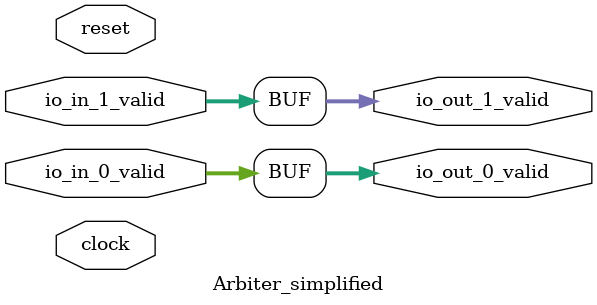
<source format=v>
module Arbiter_simplified(
  input        clock,
  input        reset,
  input  [3:0] io_in_0_valid,
  input  [3:0] io_in_1_valid,
  output [3:0] io_out_0_valid,
  output [3:0] io_out_1_valid
);
  assign io_out_0_valid = io_in_0_valid;
  assign io_out_1_valid = io_in_1_valid;
endmodule

</source>
